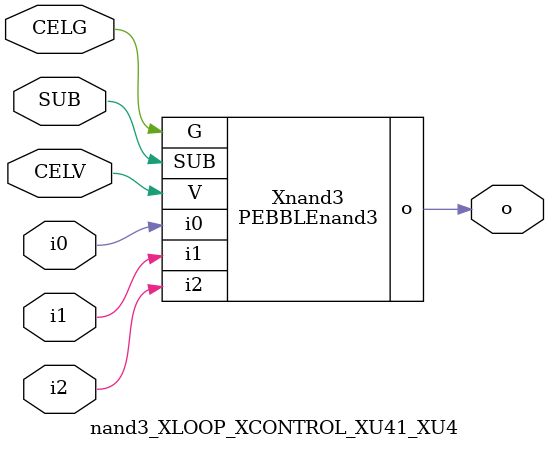
<source format=v>



module PEBBLEnand3 ( o, G, SUB, V, i0, i1, i2 );

  input i0;
  input V;
  input i2;
  input i1;
  input G;
  output o;
  input SUB;
endmodule

//Celera Confidential Do Not Copy nand3_XLOOP_XCONTROL_XU41_XU4
//Celera Confidential Symbol Generator
//5V Inverter
module nand3_XLOOP_XCONTROL_XU41_XU4 (CELV,CELG,i0,i1,i2,o,SUB);
input CELV;
input CELG;
input i0;
input i1;
input i2;
input SUB;
output o;

//Celera Confidential Do Not Copy nand3
PEBBLEnand3 Xnand3(
.V (CELV),
.i0 (i0),
.i1 (i1),
.i2 (i2),
.o (o),
.SUB (SUB),
.G (CELG)
);
//,diesize,PEBBLEnand3

//Celera Confidential Do Not Copy Module End
//Celera Schematic Generator
endmodule

</source>
